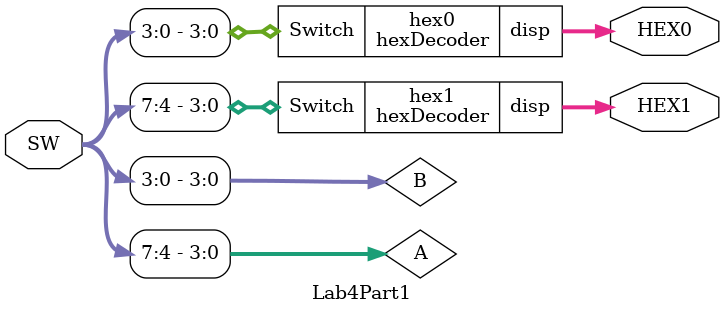
<source format=v>
module hexDecoder(disp, Switch);
	input [3:0] Switch;
	output [6:0] disp;
	
	wire [3:0] x;
	wire [6:0] H;
	
	assign x = Switch;
	assign disp = H;
	
	assign H[0] = ((~x[1]) & x[0] & (~x[3]) & (~x[2])) | ((~x[0]) & x[2]);
	assign H[1] = ((~x[3]) & (x[2]))	& ((~x[1]) & x[0] | (x[1] & (~x[0])));
	assign H[2] = (x[1] & (~x[0]) & (~x[3]) & (~x[2]));
	assign H[3] = (~x[2]) &  (~x[1]) & x[0] | (((~x[3]) & x[2]) & (~(x[1] ^ x[0])));
	assign H[4] = ((~x[3]) & x[2] & (~x[1]) & (~x[0])) | x[0];
	assign H[5] = (~x[3]) & ((~x[2]) & (x[0] | x[1]) + x[1] & x[0]);
	assign H[6] = (~x[3]) & (((~x[2]) & (~x[1])) | (x[2] & x[1] & x[1]));
	
endmodule

module Lab4Part1(SW, HEX1, HEX0);

	input [7:0]SW;
	output [6:0]HEX0, HEX1;
	
	wire [3:0] A,B;
	
	assign A = SW[7:4];
	assign B = SW[3:0];
	
	hexDecoder hex0(HEX0,B);
	hexDecoder hex1(HEX1,A);
endmodule

</source>
